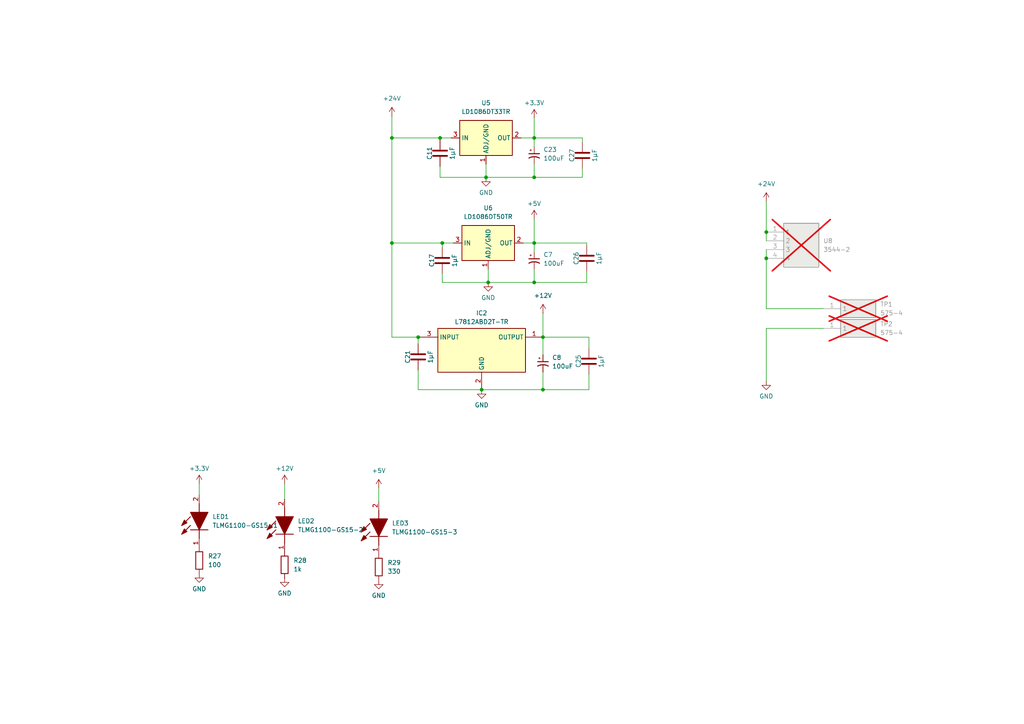
<source format=kicad_sch>
(kicad_sch (version 20231120) (generator "eeschema") (generator_version "8.0")
  (paper "A4")
  (lib_symbols
    (symbol "Device:C" (pin_numbers hide) (pin_names (offset 0.254))
      (property "Reference" "C" (at 0.635 2.54 0))
      (property "Value" "C" (at 0.635 -2.54 0))
      (symbol "C_0_1"
        (polyline (pts (xy -2.032 -0.762) (xy 2.032 -0.762)) (stroke (width 0.508)))
        (polyline (pts (xy -2.032 0.762) (xy 2.032 0.762)) (stroke (width 0.508)))
      )
      (symbol "C_1_1"
        (pin passive line (at 0 3.81 270) (length 2.794) (name "~") (number "1"))
        (pin passive line (at 0 -3.81 90) (length 2.794) (name "~") (number "2"))
      )
    )
    (symbol "Device:C_Polarized_Small_US" (pin_numbers hide) (pin_names (offset 0.254) hide)
      (property "Reference" "C" (at 0.254 1.778 0))
      (property "Value" "C_Polarized_Small_US" (at 0.254 -2.032 0))
      (symbol "C_Polarized_Small_US_0_1"
        (polyline (pts (xy -1.524 0.508) (xy 1.524 0.508)) (stroke (width 0.3048)))
        (polyline (pts (xy -1.27 1.524) (xy -0.762 1.524)))
        (polyline (pts (xy -1.016 1.27) (xy -1.016 1.778)))
        (arc (start 1.524 -0.762) (mid 0 -0.3734) (end -1.524 -0.762) (stroke (width 0.3048)))
      )
      (symbol "C_Polarized_Small_US_1_1"
        (pin passive line (at 0 2.54 270) (length 2.032) (name "~") (number "1"))
        (pin passive line (at 0 -2.54 90) (length 2.032) (name "~") (number "2"))
      )
    )
    (symbol "Device:R" (pin_numbers hide) (pin_names (offset 0))
      (property "Reference" "R" (at 2.032 0 90))
      (property "Value" "R" (at 0 0 90))
      (symbol "R_0_1"
        (rectangle (start -1.016 -2.54) (end 1.016 2.54) (stroke (width 0.254)))
      )
      (symbol "R_1_1"
        (pin passive line (at 0 3.81 270) (length 1.27) (name "~") (number "1"))
        (pin passive line (at 0 -3.81 90) (length 1.27) (name "~") (number "2"))
      )
    )
    (symbol "Regulator_Linear:LD1086DT33TR"
      (property "Reference" "U" (at 0 10.16 0))
      (property "Value" "LD1086DT33TR" (at 0 7.62 0))
      (symbol "LD1086DT33TR_1_1"
        (rectangle (start -7.62 -5.08) (end 7.62 5.08) (stroke (width 0.254)) (fill (type background)))
        (pin input line (at 0 -7.62 90) (length 2.54) (name "ADJ/GND") (number "1"))
        (pin power_out line (at 10.16 0 180) (length 2.54) (name "OUT") (number "2"))
        (pin power_in line (at -10.16 0 0) (length 2.54) (name "IN") (number "3"))
      )
    )
    (symbol "Regulator_Linear:LD1086DT50TR"
      (property "Reference" "U" (at 0 10.16 0))
      (property "Value" "LD1086DT50TR" (at 0 7.62 0))
      (symbol "LD1086DT50TR_1_1"
        (rectangle (start -7.62 -5.08) (end 7.62 5.08) (stroke (width 0.254)) (fill (type background)))
        (pin input line (at 0 -7.62 90) (length 2.54) (name "ADJ/GND") (number "1"))
        (pin power_out line (at 10.16 0 180) (length 2.54) (name "OUT") (number "2"))
        (pin power_in line (at -10.16 0 0) (length 2.54) (name "IN") (number "3"))
      )
    )
    (symbol "SamacSys_Parts:3544-2"
      (property "Reference" "U" (at 16.51 7.62 0))
      (property "Value" "3544-2" (at 16.51 5.08 0))
      (symbol "3544-2_1_1"
        (rectangle (start 5.08 2.54) (end 15.24 -10.16) (stroke (width 0.254)) (fill (type background)))
        (pin passive line (at 0 0 0) (length 5.08) (name "1") (number "1"))
        (pin passive line (at 0 -2.54 0) (length 5.08) (name "2") (number "2"))
        (pin passive line (at 0 -5.08 0) (length 5.08) (name "3") (number "3"))
        (pin passive line (at 0 -7.62 0) (length 5.08) (name "4") (number "4"))
      )
    )
    (symbol "SamacSys_Parts:575-4"
      (property "Reference" "TP" (at 16.51 7.62 0))
      (property "Value" "575-4" (at 16.51 5.08 0))
      (symbol "575-4_1_1"
        (rectangle (start 5.08 2.54) (end 15.24 -2.54) (stroke (width 0.254)) (fill (type background)))
        (pin passive line (at 0 0 0) (length 5.08) (name "1") (number "1"))
      )
    )
    (symbol "SamacSys_Parts:L7812ABD2T-TR"
      (property "Reference" "IC" (at 31.75 7.62 0))
      (property "Value" "L7812ABD2T-TR" (at 31.75 5.08 0))
      (symbol "L7812ABD2T-TR_1_1"
        (rectangle (start 5.08 2.54) (end 30.48 -10.16) (stroke (width 0.254)) (fill (type background)))
        (pin passive line (at 35.56 0 180) (length 5.08) (name "OUTPUT") (number "1"))
        (pin passive line (at 17.78 -15.24 90) (length 5.08) (name "GND") (number "2"))
        (pin passive line (at 0 0 0) (length 5.08) (name "INPUT") (number "3"))
      )
    )
    (symbol "SamacSys_Parts:TLMG1100-GS15" (pin_names hide)
      (property "Reference" "LED" (at 12.7 8.89 0))
      (property "Value" "TLMG1100-GS15" (at 12.7 6.35 0))
      (symbol "TLMG1100-GS15_1_1"
        (polyline (pts (xy 2.54 0) (xy 5.08 0)) (stroke (width 0.254)))
        (polyline (pts (xy 5.08 2.54) (xy 5.08 -2.54)) (stroke (width 0.254)))
        (polyline (pts (xy 6.35 2.54) (xy 3.81 5.08)) (stroke (width 0.254)))
        (polyline (pts (xy 8.89 2.54) (xy 6.35 5.08)) (stroke (width 0.254)))
        (polyline (pts (xy 10.16 0) (xy 12.7 0)) (stroke (width 0.254)))
        (polyline (pts (xy 5.08 0) (xy 10.16 2.54) (xy 10.16 -2.54) (xy 5.08 0)) (stroke (width 0.254)) (fill (type outline)))
        (polyline (pts (xy 5.334 4.318) (xy 4.572 3.556) (xy 3.81 5.08) (xy 5.334 4.318)) (stroke (width 0.254)) (fill (type outline)))
        (polyline (pts (xy 7.874 4.318) (xy 7.112 3.556) (xy 6.35 5.08) (xy 7.874 4.318)) (stroke (width 0.254)) (fill (type outline)))
        (pin passive line (at 0 0 0) (length 2.54) (name "K") (number "1"))
        (pin passive line (at 15.24 0 180) (length 2.54) (name "A") (number "2"))
      )
    )
    (symbol "power:+12V" (power) (pin_numbers hide) (pin_names (offset 0) hide)
      (property "Value" "+12V" (at 0 3.556 0))
      (symbol "+12V_0_1"
        (polyline (pts (xy -0.762 1.27) (xy 0 2.54)))
        (polyline (pts (xy 0 0) (xy 0 2.54)))
        (polyline (pts (xy 0 2.54) (xy 0.762 1.27)))
      )
      (symbol "+12V_1_1"
        (pin power_in line (at 0 0 90) (length 0) (name "~") (number "1"))
      )
    )
    (symbol "power:+24V" (power) (pin_numbers hide) (pin_names (offset 0) hide)
      (property "Value" "+24V" (at 0 3.556 0))
      (symbol "+24V_0_1"
        (polyline (pts (xy -0.762 1.27) (xy 0 2.54)))
        (polyline (pts (xy 0 0) (xy 0 2.54)))
        (polyline (pts (xy 0 2.54) (xy 0.762 1.27)))
      )
      (symbol "+24V_1_1"
        (pin power_in line (at 0 0 90) (length 0) (name "~") (number "1"))
      )
    )
    (symbol "power:+3.3V" (power) (pin_numbers hide) (pin_names (offset 0) hide)
      (property "Value" "+3.3V" (at 0 3.556 0))
      (symbol "+3.3V_0_1"
        (polyline (pts (xy -0.762 1.27) (xy 0 2.54)))
        (polyline (pts (xy 0 0) (xy 0 2.54)))
        (polyline (pts (xy 0 2.54) (xy 0.762 1.27)))
      )
      (symbol "+3.3V_1_1"
        (pin power_in line (at 0 0 90) (length 0) (name "~") (number "1"))
      )
    )
    (symbol "power:+5V" (power) (pin_numbers hide) (pin_names (offset 0) hide)
      (property "Value" "+5V" (at 0 3.556 0))
      (symbol "+5V_0_1"
        (polyline (pts (xy -0.762 1.27) (xy 0 2.54)))
        (polyline (pts (xy 0 0) (xy 0 2.54)))
        (polyline (pts (xy 0 2.54) (xy 0.762 1.27)))
      )
      (symbol "+5V_1_1"
        (pin power_in line (at 0 0 90) (length 0) (name "~") (number "1"))
      )
    )
    (symbol "power:GND" (power) (pin_numbers hide) (pin_names (offset 0) hide)
      (property "Value" "GND" (at 0 -3.81 0))
      (symbol "GND_0_1"
        (polyline (pts (xy 0 0) (xy 0 -1.27) (xy 1.27 -1.27) (xy 0 -2.54) (xy -1.27 -1.27) (xy 0 -1.27)))
      )
      (symbol "GND_1_1"
        (pin power_in line (at 0 0 270) (length 0) (name "~") (number "1"))
      )
    )
  )
  (junction (at 127.635 40.005))
  (junction (at 154.94 40.005))
  (junction (at 157.48 97.79))
  (junction (at 222.25 67.31))
  (junction (at 222.25 74.93))
  (junction (at 154.94 51.435))
  (junction (at 113.665 70.485))
  (junction (at 121.285 97.79))
  (junction (at 154.94 70.485))
  (junction (at 113.665 40.005))
  (junction (at 140.97 51.435))
  (junction (at 128.27 70.485))
  (junction (at 154.94 81.915))
  (junction (at 157.48 113.03))
  (junction (at 139.7 113.03))
  (junction (at 141.605 81.915))
  (wire (pts (xy 170.18 78.74) (xy 170.18 81.915)))
  (wire (pts (xy 113.665 33.655) (xy 113.665 40.005)))
  (wire (pts (xy 127.635 51.435) (xy 140.97 51.435)))
  (wire (pts (xy 222.25 58.42) (xy 222.25 67.31)))
  (wire (pts (xy 238.76 95.25) (xy 222.25 95.25)))
  (wire (pts (xy 170.18 70.485) (xy 154.94 70.485)))
  (wire (pts (xy 113.665 40.005) (xy 113.665 70.485)))
  (wire (pts (xy 154.94 40.005) (xy 154.94 42.545)))
  (wire (pts (xy 121.285 97.79) (xy 121.285 99.695)))
  (wire (pts (xy 154.94 73.025) (xy 154.94 70.485)))
  (wire (pts (xy 151.13 40.005) (xy 154.94 40.005)))
  (wire (pts (xy 170.18 71.12) (xy 170.18 70.485)))
  (wire (pts (xy 222.25 89.535) (xy 238.76 89.535)))
  (wire (pts (xy 170.815 113.03) (xy 157.48 113.03)))
  (wire (pts (xy 128.27 79.375) (xy 128.27 81.915)))
  (wire (pts (xy 127.635 40.005) (xy 127.635 40.64)))
  (wire (pts (xy 157.48 113.03) (xy 157.48 107.95)))
  (wire (pts (xy 154.94 47.625) (xy 154.94 51.435)))
  (wire (pts (xy 170.18 81.915) (xy 154.94 81.915)))
  (wire (pts (xy 168.91 48.895) (xy 168.91 51.435)))
  (wire (pts (xy 127.635 48.26) (xy 127.635 51.435)))
  (wire (pts (xy 128.27 71.755) (xy 128.27 70.485)))
  (wire (pts (xy 154.94 40.005) (xy 168.91 40.005)))
  (wire (pts (xy 154.94 63.5) (xy 154.94 70.485)))
  (wire (pts (xy 140.97 47.625) (xy 140.97 51.435)))
  (wire (pts (xy 222.25 72.39) (xy 222.25 74.93)))
  (wire (pts (xy 154.94 51.435) (xy 140.97 51.435)))
  (wire (pts (xy 113.665 97.79) (xy 121.285 97.79)))
  (wire (pts (xy 154.94 70.485) (xy 151.765 70.485)))
  (wire (pts (xy 170.815 108.585) (xy 170.815 113.03)))
  (wire (pts (xy 222.25 95.25) (xy 222.25 110.49)))
  (wire (pts (xy 168.91 40.005) (xy 168.91 41.275)))
  (wire (pts (xy 128.27 70.485) (xy 131.445 70.485)))
  (wire (pts (xy 154.94 34.29) (xy 154.94 40.005)))
  (wire (pts (xy 82.55 144.78) (xy 82.55 140.335)))
  (wire (pts (xy 121.285 107.315) (xy 121.285 113.03)))
  (wire (pts (xy 222.25 67.31) (xy 222.25 69.85)))
  (wire (pts (xy 141.605 81.915) (xy 154.94 81.915)))
  (wire (pts (xy 139.7 113.03) (xy 121.285 113.03)))
  (wire (pts (xy 109.855 141.605) (xy 109.855 145.415)))
  (wire (pts (xy 154.94 81.915) (xy 154.94 78.105)))
  (wire (pts (xy 168.91 51.435) (xy 154.94 51.435)))
  (wire (pts (xy 113.665 40.005) (xy 127.635 40.005)))
  (wire (pts (xy 113.665 70.485) (xy 113.665 97.79)))
  (wire (pts (xy 139.7 113.03) (xy 157.48 113.03)))
  (wire (pts (xy 170.815 97.79) (xy 170.815 100.965)))
  (wire (pts (xy 127.635 40.005) (xy 130.81 40.005)))
  (wire (pts (xy 157.48 97.79) (xy 157.48 102.87)))
  (wire (pts (xy 222.25 74.93) (xy 222.25 89.535)))
  (wire (pts (xy 157.48 90.805) (xy 157.48 97.79)))
  (wire (pts (xy 113.665 70.485) (xy 128.27 70.485)))
  (wire (pts (xy 157.48 97.79) (xy 170.815 97.79)))
  (wire (pts (xy 57.785 140.335) (xy 57.785 143.51)))
  (wire (pts (xy 121.285 97.79) (xy 121.92 97.79)))
  (wire (pts (xy 128.27 81.915) (xy 141.605 81.915)))
  (wire (pts (xy 141.605 81.915) (xy 141.605 78.105)))
  (symbol (lib_id "power:+3.3V") (at 154.94 34.29 0) (unit 1)
    (property "Reference" "#PWR035" (effects (hide yes)))
    (property "Value" "+3.3V" (at 154.94 29.845 0))
    (property "Description" "Power symbol creates a global label with name \"+3.3V\"" (effects (hide yes)))
  )
  (symbol (lib_id "power:+24V") (at 113.665 33.655 0) (unit 1)
    (property "Reference" "#PWR025" (effects (hide yes)))
    (property "Value" "+24V" (at 113.665 28.575 0))
    (property "Description" "Power symbol creates a global label with name \"+24V\"" (effects (hide yes)))
  )
  (symbol (lib_id "power:GND") (at 140.97 51.435 0) (unit 1)
    (property "Reference" "#PWR026" (effects (hide yes)))
    (property "Value" "GND" (at 140.97 55.88 0))
    (property "Description" "Power symbol creates a global label with name \"GND\" , ground" (effects (hide yes)))
  )
  (symbol (lib_id "power:+24V") (at 222.25 58.42 0) (unit 1)
    (property "Reference" "#PWR030" (effects (hide yes)))
    (property "Value" "+24V" (at 222.25 53.34 0))
    (property "Description" "Power symbol creates a global label with name \"+24V\"" (effects (hide yes)))
  )
  (symbol (lib_id "Device:R") (at 82.55 163.83 180) (unit 1)
    (property "Reference" "R28" (at 85.09 162.5599 0) (effects (justify right)))
    (property "Value" "1k" (at 85.09 165.0999 0) (effects (justify right)))
    (property "Footprint" "Resistor_SMD:R_0805_2012Metric_Pad1.20x1.40mm_HandSolder" (effects (hide yes)))
    (property "Description" "Resistor" (effects (hide yes)))
    (property "LCSC Part#" "C95781" (effects (hide yes)))
  )
  (symbol (lib_id "Device:C") (at 128.27 75.565 0) (unit 1)
    (property "Reference" "C17" (at 125.222 75.565 90))
    (property "Value" "1µF" (at 131.826 75.565 90))
    (property "Footprint" "Resistor_SMD:R_0805_2012Metric_Pad1.20x1.40mm_HandSolder" (effects (hide yes)))
    (property "Description" "Unpolarized capacitor" (effects (hide yes)))
    (property "LCSC Part#" "C28323" (effects (hide yes)))
  )
  (symbol (lib_id "power:+12V") (at 157.48 90.805 0) (unit 1)
    (property "Reference" "#PWR044" (effects (hide yes)))
    (property "Value" "+12V" (at 157.48 85.725 0))
    (property "Description" "Power symbol creates a global label with name \"+12V\"" (effects (hide yes)))
  )
  (symbol (lib_id "SamacSys_Parts:L7812ABD2T-TR") (at 121.92 97.79 0) (unit 1)
    (property "Reference" "IC2" (at 139.7 90.805 0))
    (property "Value" "L7812ABD2T-TR" (at 139.7 93.345 0))
    (property "Footprint" "L7812ABD2TTR" (effects (hide yes)))
    (property "Datasheet" "https://componentsearchengine.com/Datasheets/1/L7812ABD2T-TR.pdf" (effects (hide yes)))
    (property "Description" "Linear Voltage Regulators" (effects (hide yes)))
    (property "Height" "4.7" (effects (hide yes)))
    (property "Manufacturer_Name" "STMicroelectronics" (effects (hide yes)))
    (property "Manufacturer_Part_Number" "L7812ABD2T-TR" (effects (hide yes)))
    (property "Mouser Part Number" "511-L7812ABD2T-TR" (effects (hide yes)))
    (property "Mouser Price/Stock" "https://www.mouser.co.uk/ProductDetail/STMicroelectronics/L7812ABD2T-TR?qs=llfGyK1OjE3hWetai%252BQcKg%3D%3D" (effects (hide yes)))
    (property "Arrow Part Number" "L7812ABD2T-TR" (effects (hide yes)))
    (property "Arrow Price/Stock" "https://www.arrow.com/en/products/l7812abd2t-tr/stmicroelectronics?utm_currency=USD&region=nac" (effects (hide yes)))
    (property "LCSC Part#" "C186698" (effects (hide yes)))
  )
  (symbol (lib_id "power:GND") (at 139.7 113.03 0) (unit 1)
    (property "Reference" "#PWR041" (effects (hide yes)))
    (property "Value" "GND" (at 139.7 117.475 0))
    (property "Description" "Power symbol creates a global label with name \"GND\" , ground" (effects (hide yes)))
  )
  (symbol (lib_id "power:GND") (at 57.785 166.37 0) (unit 1)
    (property "Reference" "#PWR028" (effects (hide yes)))
    (property "Value" "GND" (at 57.785 170.815 0))
    (property "Description" "Power symbol creates a global label with name \"GND\" , ground" (effects (hide yes)))
  )
  (symbol (lib_id "Regulator_Linear:LD1086DT50TR") (at 141.605 70.485 0) (unit 1)
    (property "Reference" "U6" (at 141.605 60.325 0))
    (property "Value" "LD1086DT50TR" (at 141.605 62.865 0))
    (property "Footprint" "Package_TO_SOT_SMD:TO-252-2" (effects (hide yes)))
    (property "Datasheet" "https://www.st.com/resource/en/datasheet/ld1086.pdf" (effects (hide yes)))
    (property "Description" "Positive, 1.5A 30V, Linear Regulator, Fixed Output 5V, TO-252" (effects (hide yes)))
    (property "LCSC Part#" "C164853" (effects (hide yes)))
  )
  (symbol (lib_id "Device:R") (at 109.855 164.465 180) (unit 1)
    (property "Reference" "R29" (at 112.395 163.1949 0) (effects (justify right)))
    (property "Value" "330" (at 112.395 165.7349 0) (effects (justify right)))
    (property "Footprint" "Resistor_SMD:R_0805_2012Metric_Pad1.20x1.40mm_HandSolder" (effects (hide yes)))
    (property "Description" "Resistor" (effects (hide yes)))
    (property "LCSC Part#" "C4129769" (effects (hide yes)))
  )
  (symbol (lib_id "power:+12V") (at 82.55 140.335 0) (unit 1)
    (property "Reference" "#PWR029" (effects (hide yes)))
    (property "Value" "+12V" (at 82.55 135.89 0))
    (property "Description" "Power symbol creates a global label with name \"+12V\"" (effects (hide yes)))
  )
  (symbol (lib_id "SamacSys_Parts:3544-2") (at 222.25 67.31 0) (unit 1) (dnp yes)
    (property "Reference" "U8" (at 238.76 69.8499 0) (effects (justify left)))
    (property "Value" "3544-2" (at 238.76 72.3899 0) (effects (justify left)))
    (property "Footprint" "SamacSys_Parts:3544-2" (effects (hide yes)))
    (property "Datasheet" "http://www.keyelco.com/product-pdf.cfm?p=1376" (effects (hide yes)))
    (property "Description" "KEYSTONE - 3544-2 - FUSE HOLDER, 20A" (effects (hide yes)))
    (property "Manufacturer_Name" "Keystone Electronics" (effects (hide yes)))
    (property "Manufacturer_Part_Number" "3544-2" (effects (hide yes)))
    (property "Mouser Part Number" "534-3544-2" (effects (hide yes)))
    (property "Mouser Price/Stock" "https://www.mouser.co.uk/ProductDetail/Keystone-Electronics/3544-2?qs=zfzUrXoPZmgpv1XvMy4yHg%3D%3D" (effects (hide yes)))
    (property "Arrow Part Number" "3544-2" (effects (hide yes)))
    (property "Arrow Price/Stock" "https://www.arrow.com/en/products/3544-2/keystone-electronics?utm_currency=USD&region=europe" (effects (hide yes)))
  )
  (symbol (lib_id "Device:C_Polarized_Small_US") (at 154.94 45.085 0) (unit 1)
    (property "Reference" "C23" (at 157.607 43.3832 0) (effects (justify left)))
    (property "Value" "100uF" (at 157.607 45.9232 0) (effects (justify left)))
    (property "Footprint" "SamacSys_Parts:EEE1AA101SP" (effects (hide yes)))
    (property "Description" "Polarized capacitor, small US symbol" (effects (hide yes)))
    (property "LCSC Part#" "C128464" (effects (hide yes)))
  )
  (symbol (lib_id "power:GND") (at 222.25 110.49 0) (unit 1)
    (property "Reference" "#PWR031" (effects (hide yes)))
    (property "Value" "GND" (at 222.25 114.935 0))
    (property "Description" "Power symbol creates a global label with name \"GND\" , ground" (effects (hide yes)))
  )
  (symbol (lib_id "power:GND") (at 141.605 81.915 0) (unit 1)
    (property "Reference" "#PWR036" (effects (hide yes)))
    (property "Value" "GND" (at 141.605 86.36 0))
    (property "Description" "Power symbol creates a global label with name \"GND\" , ground" (effects (hide yes)))
  )
  (symbol (lib_id "Device:R") (at 57.785 162.56 180) (unit 1)
    (property "Reference" "R27" (at 60.325 161.2899 0) (effects (justify right)))
    (property "Value" "100" (at 60.325 163.8299 0) (effects (justify right)))
    (property "Footprint" "Resistor_SMD:R_0805_2012Metric_Pad1.20x1.40mm_HandSolder" (effects (hide yes)))
    (property "Description" "Resistor" (effects (hide yes)))
    (property "LCSC Part#" "C115423" (effects (hide yes)))
  )
  (symbol (lib_id "power:GND") (at 82.55 167.64 0) (unit 1)
    (property "Reference" "#PWR032" (effects (hide yes)))
    (property "Value" "GND" (at 82.55 172.085 0))
    (property "Description" "Power symbol creates a global label with name \"GND\" , ground" (effects (hide yes)))
  )
  (symbol (lib_id "Device:C_Polarized_Small_US") (at 157.48 105.41 0) (unit 1)
    (property "Reference" "C8" (at 160.147 103.7082 0) (effects (justify left)))
    (property "Value" "100uF" (at 160.147 106.2482 0) (effects (justify left)))
    (property "Footprint" "SamacSys_Parts:EEE1AA101SP" (effects (hide yes)))
    (property "Description" "Polarized capacitor, small US symbol" (effects (hide yes)))
    (property "LCSC Part#" "C128464" (effects (hide yes)))
  )
  (symbol (lib_id "SamacSys_Parts:TLMG1100-GS15") (at 109.855 160.655 90) (unit 1)
    (property "Reference" "LED3" (at 113.665 151.7649 90) (effects (justify right)))
    (property "Value" "TLMG1100-GS15-3" (at 113.665 154.3049 90) (effects (justify right)))
    (property "Footprint" "Resistor_SMD:R_0805_2012Metric_Pad1.20x1.40mm_HandSolder" (effects (hide yes)))
    (property "Datasheet" "https://www.vishay.com/docs/83173/tlmx1100.pdf" (effects (hide yes)))
    (property "Description" "Standard LEDs - SMD CHIPLED(SMD 0603-LED) GREEN U.BRIGHT-E4" (effects (hide yes)))
    (property "Height" "0.65" (effects (hide yes)))
    (property "Mouser Part Number" "78-TLMG1100-GS15" (effects (hide yes)))
    (property "Mouser Price/Stock" "https://www.mouser.co.uk/ProductDetail/Vishay-Semiconductors/TLMG1100-GS15?qs=vvQtp7zwQdObPNLeC1kn7g%3D%3D" (effects (hide yes)))
    (property "Manufacturer_Name" "Vishay" (effects (hide yes)))
    (property "Manufacturer_Part_Number" "TLMG1100-GS15" (effects (hide yes)))
    (property "LCSC Part#" "C434436" (effects (hide yes)))
  )
  (symbol (lib_id "Device:C") (at 168.91 45.085 0) (unit 1)
    (property "Reference" "C27" (at 165.862 45.085 90))
    (property "Value" "1µF" (at 172.466 45.085 90))
    (property "Footprint" "Resistor_SMD:R_0805_2012Metric_Pad1.20x1.40mm_HandSolder" (effects (hide yes)))
    (property "Description" "Unpolarized capacitor" (effects (hide yes)))
    (property "LCSC Part#" "C28323" (effects (hide yes)))
  )
  (symbol (lib_id "Device:C") (at 127.635 44.45 0) (unit 1)
    (property "Reference" "C11" (at 124.587 44.45 90))
    (property "Value" "1µF" (at 131.191 44.45 90))
    (property "Footprint" "Resistor_SMD:R_0805_2012Metric_Pad1.20x1.40mm_HandSolder" (effects (hide yes)))
    (property "Description" "Unpolarized capacitor" (effects (hide yes)))
    (property "LCSC Part#" "C28323" (effects (hide yes)))
  )
  (symbol (lib_id "SamacSys_Parts:575-4") (at 238.76 95.25 0) (unit 1) (dnp yes)
    (property "Reference" "TP2" (at 255.27 93.9799 0) (effects (justify left)))
    (property "Value" "575-4" (at 255.27 96.5199 0) (effects (justify left)))
    (property "Footprint" "SamacSys_Parts:5754" (effects (hide yes)))
    (property "Datasheet" "https://www.keyelco.com/product.cfm/product_id/2379" (effects (hide yes)))
    (property "Description" "Test Plugs & Test Jacks NON-INSUL JACK .218\" BRASS NICKEL PLTD" (effects (hide yes)))
    (property "Height" "2.49" (effects (hide yes)))
    (property "Mouser Part Number" "534-575-4" (effects (hide yes)))
    (property "Mouser Price/Stock" "https://www.mouser.co.uk/ProductDetail/Keystone-Electronics/575-4?qs=w4ABFRoM%2FL8pPaUzIDyX8Q%3D%3D" (effects (hide yes)))
    (property "Manufacturer_Name" "Keystone Electronics" (effects (hide yes)))
    (property "Manufacturer_Part_Number" "575-4" (effects (hide yes)))
  )
  (symbol (lib_id "power:+5V") (at 154.94 63.5 0) (unit 1)
    (property "Reference" "#PWR037" (effects (hide yes)))
    (property "Value" "+5V" (at 154.94 59.055 0))
    (property "Description" "Power symbol creates a global label with name \"+5V\"" (effects (hide yes)))
  )
  (symbol (lib_id "power:+5V") (at 109.855 141.605 0) (unit 1)
    (property "Reference" "#PWR033" (effects (hide yes)))
    (property "Value" "+5V" (at 109.855 136.525 0))
    (property "Description" "Power symbol creates a global label with name \"+5V\"" (effects (hide yes)))
  )
  (symbol (lib_id "SamacSys_Parts:TLMG1100-GS15") (at 82.55 160.02 90) (unit 1)
    (property "Reference" "LED2" (at 86.36 151.1299 90) (effects (justify right)))
    (property "Value" "TLMG1100-GS15-2" (at 86.36 153.6699 90) (effects (justify right)))
    (property "Footprint" "Resistor_SMD:R_0805_2012Metric_Pad1.20x1.40mm_HandSolder" (effects (hide yes)))
    (property "Datasheet" "https://www.vishay.com/docs/83173/tlmx1100.pdf" (effects (hide yes)))
    (property "Description" "Standard LEDs - SMD CHIPLED(SMD 0603-LED) GREEN U.BRIGHT-E4" (effects (hide yes)))
    (property "Height" "0.65" (effects (hide yes)))
    (property "Mouser Part Number" "78-TLMG1100-GS15" (effects (hide yes)))
    (property "Mouser Price/Stock" "https://www.mouser.co.uk/ProductDetail/Vishay-Semiconductors/TLMG1100-GS15?qs=vvQtp7zwQdObPNLeC1kn7g%3D%3D" (effects (hide yes)))
    (property "Manufacturer_Name" "Vishay" (effects (hide yes)))
    (property "Manufacturer_Part_Number" "TLMG1100-GS15" (effects (hide yes)))
    (property "LCSC Part#" "C434436" (effects (hide yes)))
  )
  (symbol (lib_id "Device:C_Polarized_Small_US") (at 154.94 75.565 0) (unit 1)
    (property "Reference" "C7" (at 157.607 73.8632 0) (effects (justify left)))
    (property "Value" "100uF" (at 157.607 76.4032 0) (effects (justify left)))
    (property "Footprint" "SamacSys_Parts:EEE1AA101SP" (effects (hide yes)))
    (property "Description" "Polarized capacitor, small US symbol" (effects (hide yes)))
    (property "LCSC Part#" "C128464" (effects (hide yes)))
  )
  (symbol (lib_id "SamacSys_Parts:TLMG1100-GS15") (at 57.785 158.75 90) (unit 1)
    (property "Reference" "LED1" (at 61.595 149.8599 90) (effects (justify right)))
    (property "Value" "TLMG1100-GS15-1" (at 61.595 152.3999 90) (effects (justify right)))
    (property "Footprint" "Resistor_SMD:R_0805_2012Metric_Pad1.20x1.40mm_HandSolder" (effects (hide yes)))
    (property "Datasheet" "https://www.vishay.com/docs/83173/tlmx1100.pdf" (effects (hide yes)))
    (property "Description" "Standard LEDs - SMD CHIPLED(SMD 0603-LED) GREEN U.BRIGHT-E4" (effects (hide yes)))
    (property "Height" "0.65" (effects (hide yes)))
    (property "Mouser Part Number" "78-TLMG1100-GS15" (effects (hide yes)))
    (property "Mouser Price/Stock" "https://www.mouser.co.uk/ProductDetail/Vishay-Semiconductors/TLMG1100-GS15?qs=vvQtp7zwQdObPNLeC1kn7g%3D%3D" (effects (hide yes)))
    (property "Manufacturer_Name" "Vishay" (effects (hide yes)))
    (property "Manufacturer_Part_Number" "TLMG1100-GS15" (effects (hide yes)))
    (property "LCSC Part#" "C434436" (effects (hide yes)))
  )
  (symbol (lib_id "power:GND") (at 109.855 168.275 0) (unit 1)
    (property "Reference" "#PWR034" (effects (hide yes)))
    (property "Value" "GND" (at 109.855 172.72 0))
    (property "Description" "Power symbol creates a global label with name \"GND\" , ground" (effects (hide yes)))
  )
  (symbol (lib_id "SamacSys_Parts:575-4") (at 238.76 89.535 0) (unit 1) (dnp yes)
    (property "Reference" "TP1" (at 255.27 88.2649 0) (effects (justify left)))
    (property "Value" "575-4" (at 255.27 90.8049 0) (effects (justify left)))
    (property "Footprint" "SamacSys_Parts:5754" (effects (hide yes)))
    (property "Datasheet" "https://www.keyelco.com/product.cfm/product_id/2379" (effects (hide yes)))
    (property "Description" "Test Plugs & Test Jacks NON-INSUL JACK .218\" BRASS NICKEL PLTD" (effects (hide yes)))
    (property "Height" "2.49" (effects (hide yes)))
    (property "Mouser Part Number" "534-575-4" (effects (hide yes)))
    (property "Mouser Price/Stock" "https://www.mouser.co.uk/ProductDetail/Keystone-Electronics/575-4?qs=w4ABFRoM%2FL8pPaUzIDyX8Q%3D%3D" (effects (hide yes)))
    (property "Manufacturer_Name" "Keystone Electronics" (effects (hide yes)))
    (property "Manufacturer_Part_Number" "575-4" (effects (hide yes)))
  )
  (symbol (lib_id "power:+3.3V") (at 57.785 140.335 0) (unit 1)
    (property "Reference" "#PWR027" (effects (hide yes)))
    (property "Value" "+3.3V" (at 57.785 135.89 0))
    (property "Description" "Power symbol creates a global label with name \"+3.3V\"" (effects (hide yes)))
  )
  (symbol (lib_id "Device:C") (at 170.815 104.775 0) (unit 1)
    (property "Reference" "C25" (at 167.767 104.775 90))
    (property "Value" "1µF" (at 174.371 104.775 90))
    (property "Footprint" "Resistor_SMD:R_0805_2012Metric_Pad1.20x1.40mm_HandSolder" (effects (hide yes)))
    (property "Description" "Unpolarized capacitor" (effects (hide yes)))
    (property "LCSC Part#" "C28323" (effects (hide yes)))
  )
  (symbol (lib_id "Device:C") (at 170.18 74.93 0) (unit 1)
    (property "Reference" "C26" (at 167.132 74.93 90))
    (property "Value" "1µF" (at 173.736 74.93 90))
    (property "Footprint" "Resistor_SMD:R_0805_2012Metric_Pad1.20x1.40mm_HandSolder" (effects (hide yes)))
    (property "Description" "Unpolarized capacitor" (effects (hide yes)))
    (property "LCSC Part#" "C28323" (effects (hide yes)))
  )
  (symbol (lib_id "Device:C") (at 121.285 103.505 0) (unit 1)
    (property "Reference" "C21" (at 118.237 103.505 90))
    (property "Value" "1µF" (at 124.841 103.505 90))
    (property "Footprint" "Resistor_SMD:R_0805_2012Metric_Pad1.20x1.40mm_HandSolder" (effects (hide yes)))
    (property "Description" "Unpolarized capacitor" (effects (hide yes)))
    (property "LCSC Part#" "C28323" (effects (hide yes)))
  )
  (symbol (lib_id "Regulator_Linear:LD1086DT33TR") (at 140.97 40.005 0) (unit 1)
    (property "Reference" "U5" (at 140.97 29.845 0))
    (property "Value" "LD1086DT33TR" (at 140.97 32.385 0))
    (property "Footprint" "Package_TO_SOT_SMD:TO-252-2" (effects (hide yes)))
    (property "Datasheet" "https://www.st.com/resource/en/datasheet/ld1086.pdf" (effects (hide yes)))
    (property "Description" "Positive, 1.5A 30V, Linear Regulator, Fixed Output 3.3V, TO-252" (effects (hide yes)))
    (property "LCSC Part#" "C12051" (effects (hide yes)))
  )
)
</source>
